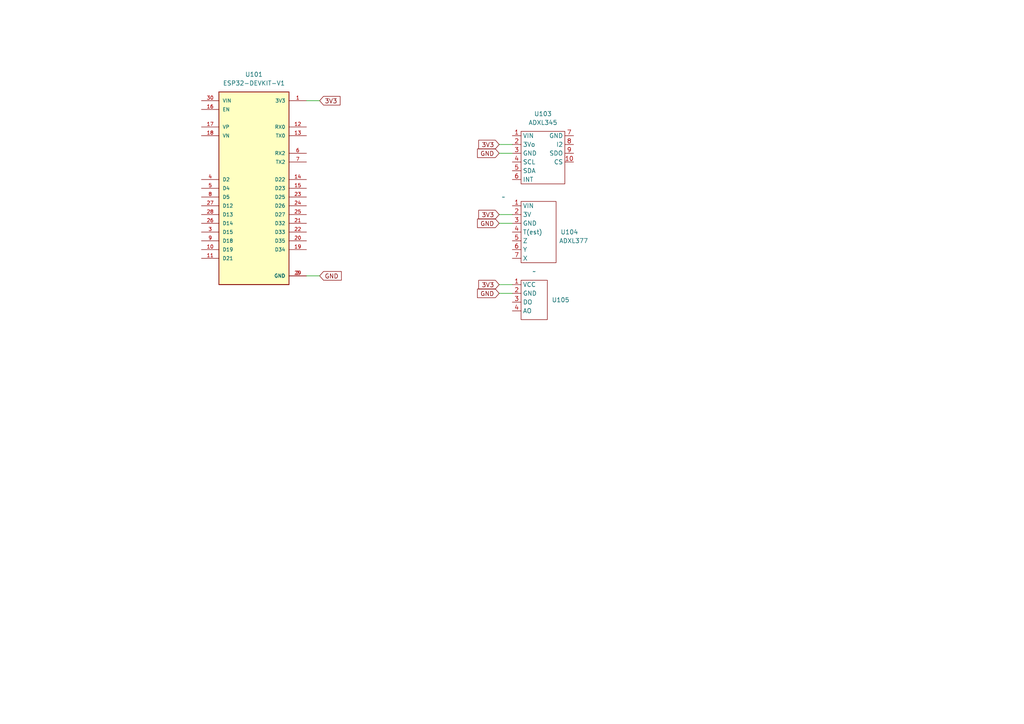
<source format=kicad_sch>
(kicad_sch (version 20230121) (generator eeschema)
  (paper "A4")
  (lib_symbols
    (symbol "ADXL377_1"
      (property "Reference" "U104" (at 6.35 -11.43 0))
      (property "Value" "ADXL377" (at 10.16 -13.97 0))
      (symbol "ADXL377_1_0_1"
        (rectangle (start -5.08 -2.54) (end 5.08 -20.32))
      )
      (symbol "ADXL377_1_1_1"
        (pin input line (at -7.62 -3.81 0) (length 2.54) (name "VIN") (number "1"))
        (pin output line (at -7.62 -6.35 0) (length 2.54) (name "3V") (number "2"))
        (pin input line (at -7.62 -8.89 0) (length 2.54) (name "GND") (number "3"))
        (pin output line (at -7.62 -11.43 0) (length 2.54) (name "T(est)") (number "4"))
        (pin output line (at -7.62 -13.97 0) (length 2.54) (name "Z") (number "5"))
        (pin output line (at -7.62 -16.51 0) (length 2.54) (name "Y") (number "6"))
        (pin output line (at -7.62 -19.05 0) (length 2.54) (name "X") (number "7"))
      )
    )
    (symbol "ESP32-DEVKIT-V1:ESP32-DEVKIT-V1" (pin_names (offset 1.016))
      (property "Reference" "U" (at -10.16 30.48 0))
      (property "Value" "ESP32-DEVKIT-V1" (at -10.16 -30.48 0))
      (symbol "ESP32-DEVKIT-V1_0_0"
        (rectangle (start -10.16 -27.94) (end 10.16 27.94) (stroke (width 0.254)) (fill (type background)))
        (pin output line (at 15.24 25.4 180) (length 5.08) (name "3V3") (number "1"))
        (pin bidirectional line (at -15.24 -17.78 0) (length 5.08) (name "D19") (number "10"))
        (pin bidirectional line (at -15.24 -20.32 0) (length 5.08) (name "D21") (number "11"))
        (pin input line (at 15.24 17.78 180) (length 5.08) (name "RX0") (number "12"))
        (pin output line (at 15.24 15.24 180) (length 5.08) (name "TX0") (number "13"))
        (pin bidirectional line (at 15.24 2.54 180) (length 5.08) (name "D22") (number "14"))
        (pin bidirectional line (at 15.24 0 180) (length 5.08) (name "D23") (number "15"))
        (pin input line (at -15.24 22.86 0) (length 5.08) (name "EN") (number "16"))
        (pin bidirectional line (at -15.24 17.78 0) (length 5.08) (name "VP") (number "17"))
        (pin bidirectional line (at -15.24 15.24 0) (length 5.08) (name "VN") (number "18"))
        (pin bidirectional line (at 15.24 -17.78 180) (length 5.08) (name "D34") (number "19"))
        (pin power_in line (at 15.24 -25.4 180) (length 5.08) (name "GND") (number "2"))
        (pin bidirectional line (at 15.24 -15.24 180) (length 5.08) (name "D35") (number "20"))
        (pin bidirectional line (at 15.24 -10.16 180) (length 5.08) (name "D32") (number "21"))
        (pin bidirectional line (at 15.24 -12.7 180) (length 5.08) (name "D33") (number "22"))
        (pin bidirectional line (at 15.24 -2.54 180) (length 5.08) (name "D25") (number "23"))
        (pin bidirectional line (at 15.24 -5.08 180) (length 5.08) (name "D26") (number "24"))
        (pin bidirectional line (at 15.24 -7.62 180) (length 5.08) (name "D27") (number "25"))
        (pin bidirectional line (at -15.24 -10.16 0) (length 5.08) (name "D14") (number "26"))
        (pin bidirectional line (at -15.24 -5.08 0) (length 5.08) (name "D12") (number "27"))
        (pin bidirectional line (at -15.24 -7.62 0) (length 5.08) (name "D13") (number "28"))
        (pin power_in line (at 15.24 -25.4 180) (length 5.08) (name "GND") (number "29"))
        (pin bidirectional line (at -15.24 -12.7 0) (length 5.08) (name "D15") (number "3"))
        (pin input line (at -15.24 25.4 0) (length 5.08) (name "VIN") (number "30"))
        (pin bidirectional line (at -15.24 2.54 0) (length 5.08) (name "D2") (number "4"))
        (pin bidirectional line (at -15.24 0 0) (length 5.08) (name "D4") (number "5"))
        (pin input line (at 15.24 10.16 180) (length 5.08) (name "RX2") (number "6"))
        (pin output line (at 15.24 7.62 180) (length 5.08) (name "TX2") (number "7"))
        (pin bidirectional line (at -15.24 -2.54 0) (length 5.08) (name "D5") (number "8"))
        (pin bidirectional line (at -15.24 -15.24 0) (length 5.08) (name "D18") (number "9"))
      )
    )
    (symbol "customs:ADXL345"
      (property "Reference" "U" (at 0 0 0))
      (symbol "ADXL345_0_1"
        (rectangle (start -6.35 -1.27) (end 6.35 -16.51))
      )
      (symbol "ADXL345_1_1"
        (pin input line (at -8.89 -2.54 0) (length 2.54) (name "VIN") (number "1"))
        (pin bidirectional line (at 8.89 -10.16 180) (length 2.54) (name "CS") (number "10"))
        (pin output line (at -8.89 -5.08 0) (length 2.54) (name "3Vo") (number "2"))
        (pin input line (at -8.89 -7.62 0) (length 2.54) (name "GND") (number "3"))
        (pin input line (at -8.89 -10.16 0) (length 2.54) (name "SCL") (number "4"))
        (pin output line (at -8.89 -12.7 0) (length 2.54) (name "SDA") (number "5"))
        (pin bidirectional line (at -8.89 -15.24 0) (length 2.54) (name "INT") (number "6"))
        (pin input line (at 8.89 -2.54 180) (length 2.54) (name "GND") (number "7"))
        (pin bidirectional line (at 8.89 -5.08 180) (length 2.54) (name "I2") (number "8"))
        (pin bidirectional line (at 8.89 -7.62 180) (length 2.54) (name "SDO") (number "9"))
      )
    )
    (symbol "customs:ADXL377"
      (property "Reference" "U" (at 0 0 0))
    )
    (symbol "customs:DEBO_SEN_VIBRA"
      (property "Reference" "U" (at 0 0 0))
      (symbol "DEBO_SEN_VIBRA_0_1"
        (rectangle (start -3.81 -2.54) (end 3.81 -13.97))
      )
      (symbol "DEBO_SEN_VIBRA_1_1"
        (pin input line (at -6.35 -3.81 0) (length 2.54) (name "VCC") (number "1"))
        (pin input line (at -6.35 -6.35 0) (length 2.54) (name "GND") (number "2"))
        (pin input line (at -6.35 -8.89 0) (length 2.54) (name "DO") (number "3"))
        (pin input line (at -6.35 -11.43 0) (length 2.54) (name "AO") (number "4"))
      )
    )
  )
  (wire (pts (xy 144.78 64.77) (xy 148.59 64.77)))
  (wire (pts (xy 144.78 62.23) (xy 148.59 62.23)))
  (wire (pts (xy 144.78 44.45) (xy 148.59 44.45)))
  (wire (pts (xy 144.78 85.09) (xy 148.59 85.09)))
  (wire (pts (xy 144.78 41.91) (xy 148.59 41.91)))
  (wire (pts (xy 88.9 80.01) (xy 92.71 80.01)))
  (wire (pts (xy 88.9 29.21) (xy 92.71 29.21)))
  (wire (pts (xy 144.78 82.55) (xy 148.59 82.55)))
  (global_label "GND" (shape input) (at 144.78 44.45 180) (property "Intersheetrefs" "${INTERSHEET_REFS}" (effects hide)))
  (global_label "GND" (shape input) (at 92.71 80.01 0) (property "Intersheetrefs" "${INTERSHEET_REFS}" (effects hide)))
  (global_label "3V3" (shape input) (at 144.78 82.55 180) (property "Intersheetrefs" "${INTERSHEET_REFS}" (effects hide)))
  (global_label "3V3" (shape input) (at 144.78 41.91 180) (property "Intersheetrefs" "${INTERSHEET_REFS}" (effects hide)))
  (global_label "GND" (shape input) (at 144.78 64.77 180) (property "Intersheetrefs" "${INTERSHEET_REFS}" (effects hide)))
  (global_label "3V3" (shape input) (at 92.71 29.21 0) (property "Intersheetrefs" "${INTERSHEET_REFS}" (effects hide)))
  (global_label "3V3" (shape input) (at 144.78 62.23 180) (property "Intersheetrefs" "${INTERSHEET_REFS}" (effects hide)))
  (global_label "GND" (shape input) (at 144.78 85.09 180) (property "Intersheetrefs" "${INTERSHEET_REFS}" (effects hide)))
  (symbol (lib_name "ADXL377_1") (lib_id "customs:ADXL377") (at 156.21 55.88 0) (unit 1)
    (property "Reference" "U104" (at 162.56 67.31 0) (effects (justify left)))
    (property "Value" "ADXL377" (at 166.37 69.85 0))
  )
  (symbol (lib_id "customs:ADXL345") (at 157.48 36.83 0) (unit 1)
    (property "Reference" "U103" (at 157.48 33.02 0))
    (property "Value" "ADXL345" (at 157.48 35.56 0))
  )
  (symbol (lib_id "ESP32-DEVKIT-V1:ESP32-DEVKIT-V1") (at 73.66 54.61 0) (unit 1)
    (property "Reference" "U101" (at 73.66 21.59 0))
    (property "Value" "ESP32-DEVKIT-V1" (at 73.66 24.13 0))
    (property "Footprint" "MODULE_ESP32_DEVKIT_V1" (effects hide))
    (property "PARTREV" "N/A" (effects hide))
    (property "STANDARD" "Manufacturer Recommendations" (effects hide))
    (property "MAXIMUM_PACKAGE_HEIGHT" "6.8 mm" (effects hide))
    (property "MANUFACTURER" "DOIT" (effects hide))
  )
  (symbol (lib_id "customs:DEBO_SEN_VIBRA") (at 154.94 78.74 0) (unit 1)
    (property "Reference" "U105" (at 160.02 86.995 0) (effects (justify left)))
    (property "Value" "~" (at 154.94 78.74 0))
  )
  (symbol (lib_id "customs:ADXL377") (at 146.05 57.15 0) (unit 1)
    (property "Reference" "U102" (effects hide))
    (property "Value" "~" (at 146.05 57.15 0))
  )
)
</source>
